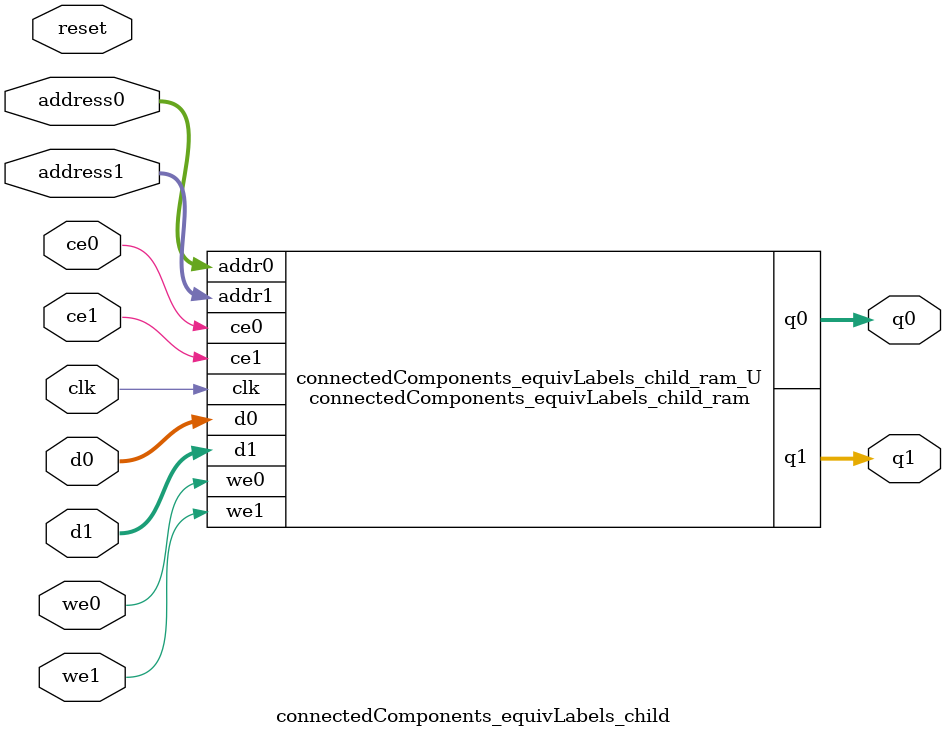
<source format=v>
`timescale 1 ns / 1 ps
module connectedComponents_equivLabels_child_ram (addr0, ce0, d0, we0, q0, addr1, ce1, d1, we1, q1,  clk);

parameter DWIDTH = 32;
parameter AWIDTH = 18;
parameter MEM_SIZE = 262144;

input[AWIDTH-1:0] addr0;
input ce0;
input[DWIDTH-1:0] d0;
input we0;
output reg[DWIDTH-1:0] q0;
input[AWIDTH-1:0] addr1;
input ce1;
input[DWIDTH-1:0] d1;
input we1;
output reg[DWIDTH-1:0] q1;
input clk;

(* ram_style = "block" *)reg [DWIDTH-1:0] ram[0:MEM_SIZE-1];




always @(posedge clk)  
begin 
    if (ce0) 
    begin
        if (we0) 
        begin 
            ram[addr0] <= d0; 
        end 
        q0 <= ram[addr0];
    end
end


always @(posedge clk)  
begin 
    if (ce1) 
    begin
        if (we1) 
        begin 
            ram[addr1] <= d1; 
        end 
        q1 <= ram[addr1];
    end
end


endmodule

`timescale 1 ns / 1 ps
module connectedComponents_equivLabels_child(
    reset,
    clk,
    address0,
    ce0,
    we0,
    d0,
    q0,
    address1,
    ce1,
    we1,
    d1,
    q1);

parameter DataWidth = 32'd32;
parameter AddressRange = 32'd262144;
parameter AddressWidth = 32'd18;
input reset;
input clk;
input[AddressWidth - 1:0] address0;
input ce0;
input we0;
input[DataWidth - 1:0] d0;
output[DataWidth - 1:0] q0;
input[AddressWidth - 1:0] address1;
input ce1;
input we1;
input[DataWidth - 1:0] d1;
output[DataWidth - 1:0] q1;



connectedComponents_equivLabels_child_ram connectedComponents_equivLabels_child_ram_U(
    .clk( clk ),
    .addr0( address0 ),
    .ce0( ce0 ),
    .we0( we0 ),
    .d0( d0 ),
    .q0( q0 ),
    .addr1( address1 ),
    .ce1( ce1 ),
    .we1( we1 ),
    .d1( d1 ),
    .q1( q1 ));

endmodule


</source>
